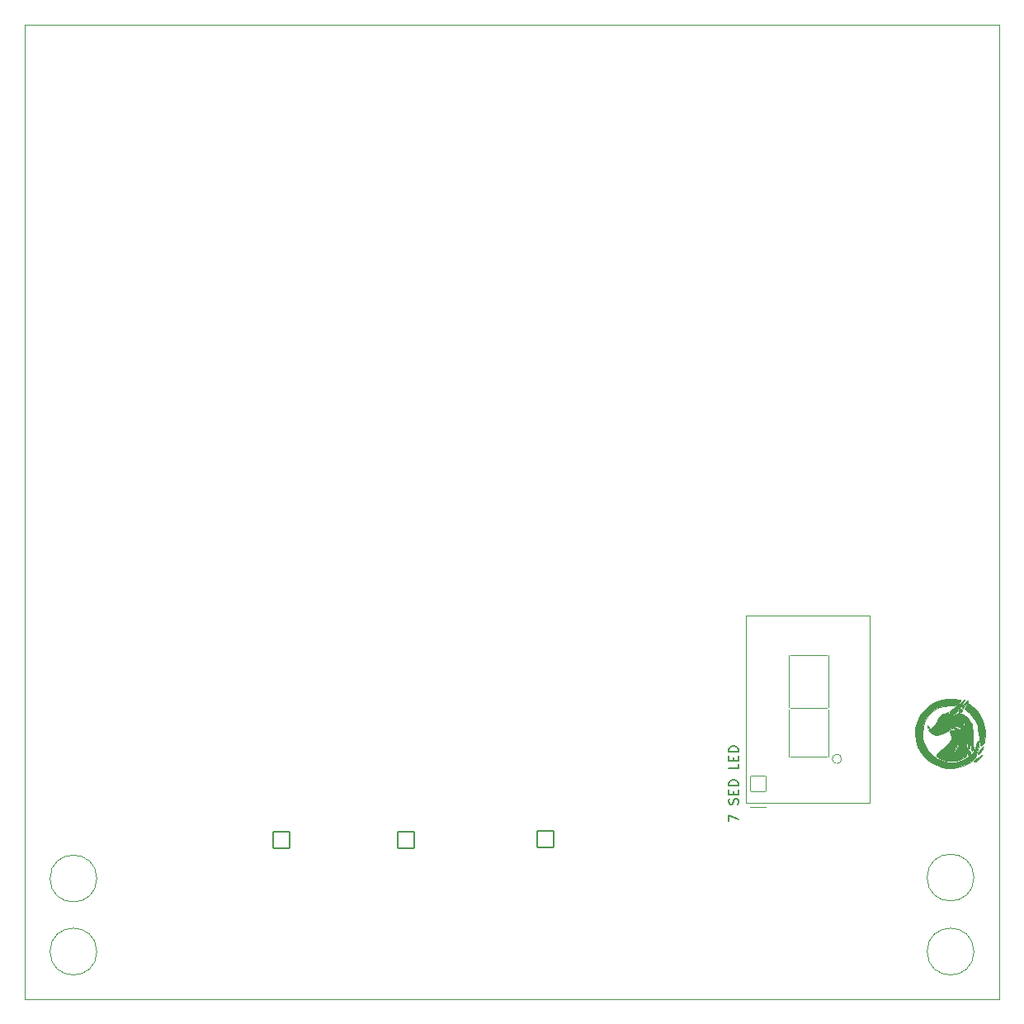
<source format=gto>
G04 #@! TF.GenerationSoftware,KiCad,Pcbnew,(6.0.0)*
G04 #@! TF.CreationDate,2022-03-01T21:04:48+01:00*
G04 #@! TF.ProjectId,Keyboard_v2,4b657962-6f61-4726-945f-76322e6b6963,rev?*
G04 #@! TF.SameCoordinates,Original*
G04 #@! TF.FileFunction,Legend,Top*
G04 #@! TF.FilePolarity,Positive*
%FSLAX46Y46*%
G04 Gerber Fmt 4.6, Leading zero omitted, Abs format (unit mm)*
G04 Created by KiCad (PCBNEW (6.0.0)) date 2022-03-01 21:04:48*
%MOMM*%
%LPD*%
G01*
G04 APERTURE LIST*
G04 Aperture macros list*
%AMRoundRect*
0 Rectangle with rounded corners*
0 $1 Rounding radius*
0 $2 $3 $4 $5 $6 $7 $8 $9 X,Y pos of 4 corners*
0 Add a 4 corners polygon primitive as box body*
4,1,4,$2,$3,$4,$5,$6,$7,$8,$9,$2,$3,0*
0 Add four circle primitives for the rounded corners*
1,1,$1+$1,$2,$3*
1,1,$1+$1,$4,$5*
1,1,$1+$1,$6,$7*
1,1,$1+$1,$8,$9*
0 Add four rect primitives between the rounded corners*
20,1,$1+$1,$2,$3,$4,$5,0*
20,1,$1+$1,$4,$5,$6,$7,0*
20,1,$1+$1,$6,$7,$8,$9,0*
20,1,$1+$1,$8,$9,$2,$3,0*%
G04 Aperture macros list end*
G04 #@! TA.AperFunction,Profile*
%ADD10C,0.050000*%
G04 #@! TD*
%ADD11C,0.150000*%
%ADD12C,0.010000*%
%ADD13C,0.120000*%
%ADD14C,1.802000*%
%ADD15RoundRect,0.051000X-0.800000X-0.800000X0.800000X-0.800000X0.800000X0.800000X-0.800000X0.800000X0*%
%ADD16C,1.702000*%
%ADD17RoundRect,0.051000X-0.850000X0.850000X-0.850000X-0.850000X0.850000X-0.850000X0.850000X0.850000X0*%
%ADD18O,1.802000X1.802000*%
G04 APERTURE END LIST*
D10*
X184745000Y-143405000D02*
X84745000Y-143405000D01*
X92150000Y-138500000D02*
G75*
G03*
X92150000Y-138500000I-2400000J0D01*
G01*
X182150000Y-138500000D02*
G75*
G03*
X182150000Y-138500000I-2400000J0D01*
G01*
X182145000Y-130905000D02*
G75*
G03*
X182145000Y-130905000I-2400000J0D01*
G01*
X84745000Y-43405000D02*
X184745000Y-43405000D01*
X84745000Y-143405000D02*
X84745000Y-43405000D01*
X184745000Y-43405000D02*
X184745000Y-143405000D01*
X92150000Y-131000000D02*
G75*
G03*
X92150000Y-131000000I-2400000J0D01*
G01*
D11*
X156992380Y-125135952D02*
X156992380Y-124469285D01*
X157992380Y-124897857D01*
X157944761Y-123374047D02*
X157992380Y-123231190D01*
X157992380Y-122993095D01*
X157944761Y-122897857D01*
X157897142Y-122850238D01*
X157801904Y-122802619D01*
X157706666Y-122802619D01*
X157611428Y-122850238D01*
X157563809Y-122897857D01*
X157516190Y-122993095D01*
X157468571Y-123183571D01*
X157420952Y-123278809D01*
X157373333Y-123326428D01*
X157278095Y-123374047D01*
X157182857Y-123374047D01*
X157087619Y-123326428D01*
X157040000Y-123278809D01*
X156992380Y-123183571D01*
X156992380Y-122945476D01*
X157040000Y-122802619D01*
X157468571Y-122374047D02*
X157468571Y-122040714D01*
X157992380Y-121897857D02*
X157992380Y-122374047D01*
X156992380Y-122374047D01*
X156992380Y-121897857D01*
X157992380Y-121469285D02*
X156992380Y-121469285D01*
X156992380Y-121231190D01*
X157040000Y-121088333D01*
X157135238Y-120993095D01*
X157230476Y-120945476D01*
X157420952Y-120897857D01*
X157563809Y-120897857D01*
X157754285Y-120945476D01*
X157849523Y-120993095D01*
X157944761Y-121088333D01*
X157992380Y-121231190D01*
X157992380Y-121469285D01*
X157992380Y-119231190D02*
X157992380Y-119707380D01*
X156992380Y-119707380D01*
X157468571Y-118897857D02*
X157468571Y-118564523D01*
X157992380Y-118421666D02*
X157992380Y-118897857D01*
X156992380Y-118897857D01*
X156992380Y-118421666D01*
X157992380Y-117993095D02*
X156992380Y-117993095D01*
X156992380Y-117755000D01*
X157040000Y-117612142D01*
X157135238Y-117516904D01*
X157230476Y-117469285D01*
X157420952Y-117421666D01*
X157563809Y-117421666D01*
X157754285Y-117469285D01*
X157849523Y-117516904D01*
X157944761Y-117612142D01*
X157992380Y-117755000D01*
X157992380Y-117993095D01*
D12*
X179541600Y-113978923D02*
X179525028Y-114018422D01*
X179525028Y-114018422D02*
X179546552Y-114103263D01*
X179546552Y-114103263D02*
X179651005Y-114198725D01*
X179651005Y-114198725D02*
X179814130Y-114268355D01*
X179814130Y-114268355D02*
X180007676Y-114255765D01*
X180007676Y-114255765D02*
X180082123Y-114237066D01*
X180082123Y-114237066D02*
X180278193Y-114163334D01*
X180278193Y-114163334D02*
X180415393Y-114077418D01*
X180415393Y-114077418D02*
X180426353Y-114065771D01*
X180426353Y-114065771D02*
X180501082Y-114010635D01*
X180501082Y-114010635D02*
X180617145Y-114013162D01*
X180617145Y-114013162D02*
X180816322Y-114072649D01*
X180816322Y-114072649D02*
X181217455Y-114262596D01*
X181217455Y-114262596D02*
X181532569Y-114539129D01*
X181532569Y-114539129D02*
X181781077Y-114904415D01*
X181781077Y-114904415D02*
X181867724Y-115067797D01*
X181867724Y-115067797D02*
X181928131Y-115212582D01*
X181928131Y-115212582D02*
X181967643Y-115370757D01*
X181967643Y-115370757D02*
X181991601Y-115574308D01*
X181991601Y-115574308D02*
X182005349Y-115855221D01*
X182005349Y-115855221D02*
X182014229Y-116245482D01*
X182014229Y-116245482D02*
X182015320Y-116306823D01*
X182015320Y-116306823D02*
X182026786Y-116698949D01*
X182026786Y-116698949D02*
X182045649Y-117059209D01*
X182045649Y-117059209D02*
X182069483Y-117352207D01*
X182069483Y-117352207D02*
X182095867Y-117542549D01*
X182095867Y-117542549D02*
X182101560Y-117566368D01*
X182101560Y-117566368D02*
X182135848Y-117744215D01*
X182135848Y-117744215D02*
X182104008Y-117832288D01*
X182104008Y-117832288D02*
X182062457Y-117855628D01*
X182062457Y-117855628D02*
X181943234Y-117868479D01*
X181943234Y-117868479D02*
X181910867Y-117852891D01*
X181910867Y-117852891D02*
X181878447Y-117748549D01*
X181878447Y-117748549D02*
X181862543Y-117551408D01*
X181862543Y-117551408D02*
X181863186Y-117313290D01*
X181863186Y-117313290D02*
X181880403Y-117086018D01*
X181880403Y-117086018D02*
X181910345Y-116932794D01*
X181910345Y-116932794D02*
X181945964Y-116809214D01*
X181945964Y-116809214D02*
X181921156Y-116813195D01*
X181921156Y-116813195D02*
X181855760Y-116892120D01*
X181855760Y-116892120D02*
X181779913Y-117068120D01*
X181779913Y-117068120D02*
X181744025Y-117328278D01*
X181744025Y-117328278D02*
X181742823Y-117387676D01*
X181742823Y-117387676D02*
X181724737Y-117610535D01*
X181724737Y-117610535D02*
X181679413Y-117692504D01*
X181679413Y-117692504D02*
X181620249Y-117632465D01*
X181620249Y-117632465D02*
X181560644Y-117429300D01*
X181560644Y-117429300D02*
X181555594Y-117403307D01*
X181555594Y-117403307D02*
X181509610Y-117236434D01*
X181509610Y-117236434D02*
X181457923Y-117153240D01*
X181457923Y-117153240D02*
X181450003Y-117151132D01*
X181450003Y-117151132D02*
X181395430Y-117217097D01*
X181395430Y-117217097D02*
X181352883Y-117388089D01*
X181352883Y-117388089D02*
X181327196Y-117623754D01*
X181327196Y-117623754D02*
X181323204Y-117883739D01*
X181323204Y-117883739D02*
X181338661Y-118080480D01*
X181338661Y-118080480D02*
X181359541Y-118293547D01*
X181359541Y-118293547D02*
X181333480Y-118421008D01*
X181333480Y-118421008D02*
X181237221Y-118520877D01*
X181237221Y-118520877D02*
X181132836Y-118593879D01*
X181132836Y-118593879D02*
X180701582Y-118807023D01*
X180701582Y-118807023D02*
X180198709Y-118932593D01*
X180198709Y-118932593D02*
X179673576Y-118963958D01*
X179673576Y-118963958D02*
X179175543Y-118894487D01*
X179175543Y-118894487D02*
X179086376Y-118868811D01*
X179086376Y-118868811D02*
X178805992Y-118765810D01*
X178805992Y-118765810D02*
X178550689Y-118647323D01*
X178550689Y-118647323D02*
X178361798Y-118534270D01*
X178361798Y-118534270D02*
X178287952Y-118464639D01*
X178287952Y-118464639D02*
X178282841Y-118353119D01*
X178282841Y-118353119D02*
X178383604Y-118194215D01*
X178383604Y-118194215D02*
X178503207Y-118074261D01*
X178503207Y-118074261D02*
X180005204Y-118074261D01*
X180005204Y-118074261D02*
X180026006Y-118114405D01*
X180026006Y-118114405D02*
X180121745Y-118051892D01*
X180121745Y-118051892D02*
X180252121Y-117915316D01*
X180252121Y-117915316D02*
X180417183Y-117684631D01*
X180417183Y-117684631D02*
X180584204Y-117390006D01*
X180584204Y-117390006D02*
X180686065Y-117168561D01*
X180686065Y-117168561D02*
X180781234Y-116894647D01*
X180781234Y-116894647D02*
X180845230Y-116638113D01*
X180845230Y-116638113D02*
X180863281Y-116477157D01*
X180863281Y-116477157D02*
X180855740Y-116358556D01*
X180855740Y-116358556D02*
X180836996Y-116355558D01*
X180836996Y-116355558D02*
X180799246Y-116478564D01*
X180799246Y-116478564D02*
X180767162Y-116605287D01*
X180767162Y-116605287D02*
X180578076Y-117147688D01*
X180578076Y-117147688D02*
X180280657Y-117643609D01*
X180280657Y-117643609D02*
X180204484Y-117743840D01*
X180204484Y-117743840D02*
X180063358Y-117945919D01*
X180063358Y-117945919D02*
X180005204Y-118074261D01*
X180005204Y-118074261D02*
X178503207Y-118074261D01*
X178503207Y-118074261D02*
X178596859Y-117980335D01*
X178596859Y-117980335D02*
X178929219Y-117703886D01*
X178929219Y-117703886D02*
X178996871Y-117651028D01*
X178996871Y-117651028D02*
X179389414Y-117309397D01*
X179389414Y-117309397D02*
X179666708Y-116985983D01*
X179666708Y-116985983D02*
X179820416Y-116691866D01*
X179820416Y-116691866D02*
X179850111Y-116517212D01*
X179850111Y-116517212D02*
X179817045Y-116361733D01*
X179817045Y-116361733D02*
X179740170Y-116176998D01*
X179740170Y-116176998D02*
X179676188Y-115999301D01*
X179676188Y-115999301D02*
X179711399Y-115877852D01*
X179711399Y-115877852D02*
X179859048Y-115802165D01*
X179859048Y-115802165D02*
X180132383Y-115761751D01*
X180132383Y-115761751D02*
X180275311Y-115753312D01*
X180275311Y-115753312D02*
X180561815Y-115729877D01*
X180561815Y-115729877D02*
X180712980Y-115689576D01*
X180712980Y-115689576D02*
X180742638Y-115642554D01*
X180742638Y-115642554D02*
X180788203Y-115551189D01*
X180788203Y-115551189D02*
X180922786Y-115451023D01*
X180922786Y-115451023D02*
X180933962Y-115445103D01*
X180933962Y-115445103D02*
X181093450Y-115329956D01*
X181093450Y-115329956D02*
X181198835Y-115195349D01*
X181198835Y-115195349D02*
X181219974Y-115083733D01*
X181219974Y-115083733D02*
X181206127Y-115061810D01*
X181206127Y-115061810D02*
X181103994Y-115045466D01*
X181103994Y-115045466D02*
X180925261Y-115077583D01*
X180925261Y-115077583D02*
X180723963Y-115142417D01*
X180723963Y-115142417D02*
X180554136Y-115224225D01*
X180554136Y-115224225D02*
X180495603Y-115268839D01*
X180495603Y-115268839D02*
X180357426Y-115371977D01*
X180357426Y-115371977D02*
X180260661Y-115404427D01*
X180260661Y-115404427D02*
X180137908Y-115446671D01*
X180137908Y-115446671D02*
X179977789Y-115548827D01*
X179977789Y-115548827D02*
X179971308Y-115553880D01*
X179971308Y-115553880D02*
X179807305Y-115659256D01*
X179807305Y-115659256D02*
X179550086Y-115799210D01*
X179550086Y-115799210D02*
X179241361Y-115953706D01*
X179241361Y-115953706D02*
X178922839Y-116102708D01*
X178922839Y-116102708D02*
X178636228Y-116226179D01*
X178636228Y-116226179D02*
X178423238Y-116304082D01*
X178423238Y-116304082D02*
X178391342Y-116312883D01*
X178391342Y-116312883D02*
X178234837Y-116315223D01*
X178234837Y-116315223D02*
X178041386Y-116238456D01*
X178041386Y-116238456D02*
X177845496Y-116118261D01*
X177845496Y-116118261D02*
X177653899Y-115978479D01*
X177653899Y-115978479D02*
X177524872Y-115861814D01*
X177524872Y-115861814D02*
X177489395Y-115804714D01*
X177489395Y-115804714D02*
X177547658Y-115729372D01*
X177547658Y-115729372D02*
X177695723Y-115604122D01*
X177695723Y-115604122D02*
X177884833Y-115467683D01*
X177884833Y-115467683D02*
X178115008Y-115297712D01*
X178115008Y-115297712D02*
X178254863Y-115144528D01*
X178254863Y-115144528D02*
X178343752Y-114958797D01*
X178343752Y-114958797D02*
X178345160Y-114954324D01*
X178345160Y-114954324D02*
X178686089Y-114954324D01*
X178686089Y-114954324D02*
X178702282Y-115020376D01*
X178702282Y-115020376D02*
X178772547Y-114983393D01*
X178772547Y-114983393D02*
X178819184Y-114942641D01*
X178819184Y-114942641D02*
X178954617Y-114848910D01*
X178954617Y-114848910D02*
X179037522Y-114822192D01*
X179037522Y-114822192D02*
X179117889Y-114773620D01*
X179117889Y-114773620D02*
X179122765Y-114749413D01*
X179122765Y-114749413D02*
X179108430Y-114688885D01*
X179108430Y-114688885D02*
X179040576Y-114690613D01*
X179040576Y-114690613D02*
X178881935Y-114756331D01*
X178881935Y-114756331D02*
X178871462Y-114761095D01*
X178871462Y-114761095D02*
X178735427Y-114858150D01*
X178735427Y-114858150D02*
X178686089Y-114954324D01*
X178686089Y-114954324D02*
X178345160Y-114954324D01*
X178345160Y-114954324D02*
X178378302Y-114849059D01*
X178378302Y-114849059D02*
X178518095Y-114501201D01*
X178518095Y-114501201D02*
X178720250Y-114261425D01*
X178720250Y-114261425D02*
X179016505Y-114095510D01*
X179016505Y-114095510D02*
X179108547Y-114061714D01*
X179108547Y-114061714D02*
X179363752Y-113980561D01*
X179363752Y-113980561D02*
X179502228Y-113953575D01*
X179502228Y-113953575D02*
X179541600Y-113978923D01*
X179541600Y-113978923D02*
X179541600Y-113978923D01*
G36*
X178929219Y-117703886D02*
G01*
X178996871Y-117651028D01*
X179389414Y-117309397D01*
X179666708Y-116985983D01*
X179820416Y-116691866D01*
X179850111Y-116517212D01*
X179817045Y-116361733D01*
X179740170Y-116176998D01*
X179676188Y-115999301D01*
X179711399Y-115877852D01*
X179859048Y-115802165D01*
X180132383Y-115761751D01*
X180275311Y-115753312D01*
X180561815Y-115729877D01*
X180712980Y-115689576D01*
X180742638Y-115642554D01*
X180788203Y-115551189D01*
X180922786Y-115451023D01*
X180933962Y-115445103D01*
X181093450Y-115329956D01*
X181198835Y-115195349D01*
X181219974Y-115083733D01*
X181206127Y-115061810D01*
X181103994Y-115045466D01*
X180925261Y-115077583D01*
X180723963Y-115142417D01*
X180554136Y-115224225D01*
X180495603Y-115268839D01*
X180357426Y-115371977D01*
X180260661Y-115404427D01*
X180137908Y-115446671D01*
X179977789Y-115548827D01*
X179971308Y-115553880D01*
X179807305Y-115659256D01*
X179550086Y-115799210D01*
X179241361Y-115953706D01*
X178922839Y-116102708D01*
X178636228Y-116226179D01*
X178423238Y-116304082D01*
X178391342Y-116312883D01*
X178234837Y-116315223D01*
X178041386Y-116238456D01*
X177845496Y-116118261D01*
X177653899Y-115978479D01*
X177524872Y-115861814D01*
X177489395Y-115804714D01*
X177547658Y-115729372D01*
X177695723Y-115604122D01*
X177884833Y-115467683D01*
X178115008Y-115297712D01*
X178254863Y-115144528D01*
X178343752Y-114958797D01*
X178345160Y-114954324D01*
X178686089Y-114954324D01*
X178702282Y-115020376D01*
X178772547Y-114983393D01*
X178819184Y-114942641D01*
X178954617Y-114848910D01*
X179037522Y-114822192D01*
X179117889Y-114773620D01*
X179122765Y-114749413D01*
X179108430Y-114688885D01*
X179040576Y-114690613D01*
X178881935Y-114756331D01*
X178871462Y-114761095D01*
X178735427Y-114858150D01*
X178686089Y-114954324D01*
X178345160Y-114954324D01*
X178378302Y-114849059D01*
X178518095Y-114501201D01*
X178720250Y-114261425D01*
X179016505Y-114095510D01*
X179108547Y-114061714D01*
X179363752Y-113980561D01*
X179502228Y-113953575D01*
X179541600Y-113978923D01*
X179525028Y-114018422D01*
X179546552Y-114103263D01*
X179651005Y-114198725D01*
X179814130Y-114268355D01*
X180007676Y-114255765D01*
X180082123Y-114237066D01*
X180278193Y-114163334D01*
X180415393Y-114077418D01*
X180426353Y-114065771D01*
X180501082Y-114010635D01*
X180617145Y-114013162D01*
X180816322Y-114072649D01*
X181217455Y-114262596D01*
X181532569Y-114539129D01*
X181781077Y-114904415D01*
X181867724Y-115067797D01*
X181928131Y-115212582D01*
X181967643Y-115370757D01*
X181991601Y-115574308D01*
X182005349Y-115855221D01*
X182014229Y-116245482D01*
X182015320Y-116306823D01*
X182026786Y-116698949D01*
X182045649Y-117059209D01*
X182069483Y-117352207D01*
X182095867Y-117542549D01*
X182101560Y-117566368D01*
X182135848Y-117744215D01*
X182104008Y-117832288D01*
X182062457Y-117855628D01*
X181943234Y-117868479D01*
X181910867Y-117852891D01*
X181878447Y-117748549D01*
X181862543Y-117551408D01*
X181863186Y-117313290D01*
X181880403Y-117086018D01*
X181910345Y-116932794D01*
X181945964Y-116809214D01*
X181921156Y-116813195D01*
X181855760Y-116892120D01*
X181779913Y-117068120D01*
X181744025Y-117328278D01*
X181742823Y-117387676D01*
X181724737Y-117610535D01*
X181679413Y-117692504D01*
X181620249Y-117632465D01*
X181560644Y-117429300D01*
X181555594Y-117403307D01*
X181509610Y-117236434D01*
X181457923Y-117153240D01*
X181450003Y-117151132D01*
X181395430Y-117217097D01*
X181352883Y-117388089D01*
X181327196Y-117623754D01*
X181323204Y-117883739D01*
X181338661Y-118080480D01*
X181359541Y-118293547D01*
X181333480Y-118421008D01*
X181237221Y-118520877D01*
X181132836Y-118593879D01*
X180701582Y-118807023D01*
X180198709Y-118932593D01*
X179673576Y-118963958D01*
X179175543Y-118894487D01*
X179086376Y-118868811D01*
X178805992Y-118765810D01*
X178550689Y-118647323D01*
X178361798Y-118534270D01*
X178287952Y-118464639D01*
X178282841Y-118353119D01*
X178383604Y-118194215D01*
X178503207Y-118074261D01*
X180005204Y-118074261D01*
X180026006Y-118114405D01*
X180121745Y-118051892D01*
X180252121Y-117915316D01*
X180417183Y-117684631D01*
X180584204Y-117390006D01*
X180686065Y-117168561D01*
X180781234Y-116894647D01*
X180845230Y-116638113D01*
X180863281Y-116477157D01*
X180855740Y-116358556D01*
X180836996Y-116355558D01*
X180799246Y-116478564D01*
X180767162Y-116605287D01*
X180578076Y-117147688D01*
X180280657Y-117643609D01*
X180204484Y-117743840D01*
X180063358Y-117945919D01*
X180005204Y-118074261D01*
X178503207Y-118074261D01*
X178596859Y-117980335D01*
X178929219Y-117703886D01*
G37*
X178929219Y-117703886D02*
X178996871Y-117651028D01*
X179389414Y-117309397D01*
X179666708Y-116985983D01*
X179820416Y-116691866D01*
X179850111Y-116517212D01*
X179817045Y-116361733D01*
X179740170Y-116176998D01*
X179676188Y-115999301D01*
X179711399Y-115877852D01*
X179859048Y-115802165D01*
X180132383Y-115761751D01*
X180275311Y-115753312D01*
X180561815Y-115729877D01*
X180712980Y-115689576D01*
X180742638Y-115642554D01*
X180788203Y-115551189D01*
X180922786Y-115451023D01*
X180933962Y-115445103D01*
X181093450Y-115329956D01*
X181198835Y-115195349D01*
X181219974Y-115083733D01*
X181206127Y-115061810D01*
X181103994Y-115045466D01*
X180925261Y-115077583D01*
X180723963Y-115142417D01*
X180554136Y-115224225D01*
X180495603Y-115268839D01*
X180357426Y-115371977D01*
X180260661Y-115404427D01*
X180137908Y-115446671D01*
X179977789Y-115548827D01*
X179971308Y-115553880D01*
X179807305Y-115659256D01*
X179550086Y-115799210D01*
X179241361Y-115953706D01*
X178922839Y-116102708D01*
X178636228Y-116226179D01*
X178423238Y-116304082D01*
X178391342Y-116312883D01*
X178234837Y-116315223D01*
X178041386Y-116238456D01*
X177845496Y-116118261D01*
X177653899Y-115978479D01*
X177524872Y-115861814D01*
X177489395Y-115804714D01*
X177547658Y-115729372D01*
X177695723Y-115604122D01*
X177884833Y-115467683D01*
X178115008Y-115297712D01*
X178254863Y-115144528D01*
X178343752Y-114958797D01*
X178345160Y-114954324D01*
X178686089Y-114954324D01*
X178702282Y-115020376D01*
X178772547Y-114983393D01*
X178819184Y-114942641D01*
X178954617Y-114848910D01*
X179037522Y-114822192D01*
X179117889Y-114773620D01*
X179122765Y-114749413D01*
X179108430Y-114688885D01*
X179040576Y-114690613D01*
X178881935Y-114756331D01*
X178871462Y-114761095D01*
X178735427Y-114858150D01*
X178686089Y-114954324D01*
X178345160Y-114954324D01*
X178378302Y-114849059D01*
X178518095Y-114501201D01*
X178720250Y-114261425D01*
X179016505Y-114095510D01*
X179108547Y-114061714D01*
X179363752Y-113980561D01*
X179502228Y-113953575D01*
X179541600Y-113978923D01*
X179525028Y-114018422D01*
X179546552Y-114103263D01*
X179651005Y-114198725D01*
X179814130Y-114268355D01*
X180007676Y-114255765D01*
X180082123Y-114237066D01*
X180278193Y-114163334D01*
X180415393Y-114077418D01*
X180426353Y-114065771D01*
X180501082Y-114010635D01*
X180617145Y-114013162D01*
X180816322Y-114072649D01*
X181217455Y-114262596D01*
X181532569Y-114539129D01*
X181781077Y-114904415D01*
X181867724Y-115067797D01*
X181928131Y-115212582D01*
X181967643Y-115370757D01*
X181991601Y-115574308D01*
X182005349Y-115855221D01*
X182014229Y-116245482D01*
X182015320Y-116306823D01*
X182026786Y-116698949D01*
X182045649Y-117059209D01*
X182069483Y-117352207D01*
X182095867Y-117542549D01*
X182101560Y-117566368D01*
X182135848Y-117744215D01*
X182104008Y-117832288D01*
X182062457Y-117855628D01*
X181943234Y-117868479D01*
X181910867Y-117852891D01*
X181878447Y-117748549D01*
X181862543Y-117551408D01*
X181863186Y-117313290D01*
X181880403Y-117086018D01*
X181910345Y-116932794D01*
X181945964Y-116809214D01*
X181921156Y-116813195D01*
X181855760Y-116892120D01*
X181779913Y-117068120D01*
X181744025Y-117328278D01*
X181742823Y-117387676D01*
X181724737Y-117610535D01*
X181679413Y-117692504D01*
X181620249Y-117632465D01*
X181560644Y-117429300D01*
X181555594Y-117403307D01*
X181509610Y-117236434D01*
X181457923Y-117153240D01*
X181450003Y-117151132D01*
X181395430Y-117217097D01*
X181352883Y-117388089D01*
X181327196Y-117623754D01*
X181323204Y-117883739D01*
X181338661Y-118080480D01*
X181359541Y-118293547D01*
X181333480Y-118421008D01*
X181237221Y-118520877D01*
X181132836Y-118593879D01*
X180701582Y-118807023D01*
X180198709Y-118932593D01*
X179673576Y-118963958D01*
X179175543Y-118894487D01*
X179086376Y-118868811D01*
X178805992Y-118765810D01*
X178550689Y-118647323D01*
X178361798Y-118534270D01*
X178287952Y-118464639D01*
X178282841Y-118353119D01*
X178383604Y-118194215D01*
X178503207Y-118074261D01*
X180005204Y-118074261D01*
X180026006Y-118114405D01*
X180121745Y-118051892D01*
X180252121Y-117915316D01*
X180417183Y-117684631D01*
X180584204Y-117390006D01*
X180686065Y-117168561D01*
X180781234Y-116894647D01*
X180845230Y-116638113D01*
X180863281Y-116477157D01*
X180855740Y-116358556D01*
X180836996Y-116355558D01*
X180799246Y-116478564D01*
X180767162Y-116605287D01*
X180578076Y-117147688D01*
X180280657Y-117643609D01*
X180204484Y-117743840D01*
X180063358Y-117945919D01*
X180005204Y-118074261D01*
X178503207Y-118074261D01*
X178596859Y-117980335D01*
X178929219Y-117703886D01*
X177486996Y-115377744D02*
X177502173Y-115400335D01*
X177502173Y-115400335D02*
X177549378Y-115536969D01*
X177549378Y-115536969D02*
X177519615Y-115587615D01*
X177519615Y-115587615D02*
X177437319Y-115571506D01*
X177437319Y-115571506D02*
X177405071Y-115520610D01*
X177405071Y-115520610D02*
X177377023Y-115379166D01*
X177377023Y-115379166D02*
X177411811Y-115322279D01*
X177411811Y-115322279D02*
X177486996Y-115377744D01*
X177486996Y-115377744D02*
X177486996Y-115377744D01*
G36*
X177486996Y-115377744D02*
G01*
X177502173Y-115400335D01*
X177549378Y-115536969D01*
X177519615Y-115587615D01*
X177437319Y-115571506D01*
X177405071Y-115520610D01*
X177377023Y-115379166D01*
X177411811Y-115322279D01*
X177486996Y-115377744D01*
G37*
X177486996Y-115377744D02*
X177502173Y-115400335D01*
X177549378Y-115536969D01*
X177519615Y-115587615D01*
X177437319Y-115571506D01*
X177405071Y-115520610D01*
X177377023Y-115379166D01*
X177411811Y-115322279D01*
X177486996Y-115377744D01*
X181866023Y-113238149D02*
X182371431Y-113687871D01*
X182371431Y-113687871D02*
X182781914Y-114239446D01*
X182781914Y-114239446D02*
X183086925Y-114876120D01*
X183086925Y-114876120D02*
X183247236Y-115432301D01*
X183247236Y-115432301D02*
X183308768Y-115883798D01*
X183308768Y-115883798D02*
X183314615Y-116352081D01*
X183314615Y-116352081D02*
X183266651Y-116782231D01*
X183266651Y-116782231D02*
X183191747Y-117059489D01*
X183191747Y-117059489D02*
X183088435Y-117246481D01*
X183088435Y-117246481D02*
X182967564Y-117351609D01*
X182967564Y-117351609D02*
X182859159Y-117358053D01*
X182859159Y-117358053D02*
X182800817Y-117278496D01*
X182800817Y-117278496D02*
X182770142Y-117141936D01*
X182770142Y-117141936D02*
X182730902Y-116893083D01*
X182730902Y-116893083D02*
X182681534Y-116520996D01*
X182681534Y-116520996D02*
X182621448Y-116023052D01*
X182621448Y-116023052D02*
X182572952Y-115693782D01*
X182572952Y-115693782D02*
X182509205Y-115373524D01*
X182509205Y-115373524D02*
X182443369Y-115127701D01*
X182443369Y-115127701D02*
X182438441Y-115113310D01*
X182438441Y-115113310D02*
X182260868Y-114744841D01*
X182260868Y-114744841D02*
X181995089Y-114359874D01*
X181995089Y-114359874D02*
X181680867Y-114011263D01*
X181680867Y-114011263D02*
X181476102Y-113834224D01*
X181476102Y-113834224D02*
X181174196Y-113603953D01*
X181174196Y-113603953D02*
X181354117Y-113302238D01*
X181354117Y-113302238D02*
X181534037Y-113000524D01*
X181534037Y-113000524D02*
X181866023Y-113238149D01*
X181866023Y-113238149D02*
X181866023Y-113238149D01*
G36*
X181866023Y-113238149D02*
G01*
X182371431Y-113687871D01*
X182781914Y-114239446D01*
X183086925Y-114876120D01*
X183247236Y-115432301D01*
X183308768Y-115883798D01*
X183314615Y-116352081D01*
X183266651Y-116782231D01*
X183191747Y-117059489D01*
X183088435Y-117246481D01*
X182967564Y-117351609D01*
X182859159Y-117358053D01*
X182800817Y-117278496D01*
X182770142Y-117141936D01*
X182730902Y-116893083D01*
X182681534Y-116520996D01*
X182621448Y-116023052D01*
X182572952Y-115693782D01*
X182509205Y-115373524D01*
X182443369Y-115127701D01*
X182438441Y-115113310D01*
X182260868Y-114744841D01*
X181995089Y-114359874D01*
X181680867Y-114011263D01*
X181476102Y-113834224D01*
X181174196Y-113603953D01*
X181354117Y-113302238D01*
X181534037Y-113000524D01*
X181866023Y-113238149D01*
G37*
X181866023Y-113238149D02*
X182371431Y-113687871D01*
X182781914Y-114239446D01*
X183086925Y-114876120D01*
X183247236Y-115432301D01*
X183308768Y-115883798D01*
X183314615Y-116352081D01*
X183266651Y-116782231D01*
X183191747Y-117059489D01*
X183088435Y-117246481D01*
X182967564Y-117351609D01*
X182859159Y-117358053D01*
X182800817Y-117278496D01*
X182770142Y-117141936D01*
X182730902Y-116893083D01*
X182681534Y-116520996D01*
X182621448Y-116023052D01*
X182572952Y-115693782D01*
X182509205Y-115373524D01*
X182443369Y-115127701D01*
X182438441Y-115113310D01*
X182260868Y-114744841D01*
X181995089Y-114359874D01*
X181680867Y-114011263D01*
X181476102Y-113834224D01*
X181174196Y-113603953D01*
X181354117Y-113302238D01*
X181534037Y-113000524D01*
X181866023Y-113238149D01*
X182933203Y-118408508D02*
X182843537Y-118545976D01*
X182843537Y-118545976D02*
X182712102Y-118707603D01*
X182712102Y-118707603D02*
X182570250Y-118854795D01*
X182570250Y-118854795D02*
X182450599Y-118948257D01*
X182450599Y-118948257D02*
X182265987Y-119026379D01*
X182265987Y-119026379D02*
X182147313Y-119029282D01*
X182147313Y-119029282D02*
X182123157Y-118956601D01*
X182123157Y-118956601D02*
X182124460Y-118952422D01*
X182124460Y-118952422D02*
X182200204Y-118856853D01*
X182200204Y-118856853D02*
X182351947Y-118731102D01*
X182351947Y-118731102D02*
X182403448Y-118695242D01*
X182403448Y-118695242D02*
X182599716Y-118558799D01*
X182599716Y-118558799D02*
X182764383Y-118435382D01*
X182764383Y-118435382D02*
X182786847Y-118417108D01*
X182786847Y-118417108D02*
X182899771Y-118341740D01*
X182899771Y-118341740D02*
X182949748Y-118333797D01*
X182949748Y-118333797D02*
X182933203Y-118408508D01*
X182933203Y-118408508D02*
X182933203Y-118408508D01*
G36*
X182933203Y-118408508D02*
G01*
X182843537Y-118545976D01*
X182712102Y-118707603D01*
X182570250Y-118854795D01*
X182450599Y-118948257D01*
X182265987Y-119026379D01*
X182147313Y-119029282D01*
X182123157Y-118956601D01*
X182124460Y-118952422D01*
X182200204Y-118856853D01*
X182351947Y-118731102D01*
X182403448Y-118695242D01*
X182599716Y-118558799D01*
X182764383Y-118435382D01*
X182786847Y-118417108D01*
X182899771Y-118341740D01*
X182949748Y-118333797D01*
X182933203Y-118408508D01*
G37*
X182933203Y-118408508D02*
X182843537Y-118545976D01*
X182712102Y-118707603D01*
X182570250Y-118854795D01*
X182450599Y-118948257D01*
X182265987Y-119026379D01*
X182147313Y-119029282D01*
X182123157Y-118956601D01*
X182124460Y-118952422D01*
X182200204Y-118856853D01*
X182351947Y-118731102D01*
X182403448Y-118695242D01*
X182599716Y-118558799D01*
X182764383Y-118435382D01*
X182786847Y-118417108D01*
X182899771Y-118341740D01*
X182949748Y-118333797D01*
X182933203Y-118408508D01*
X180964199Y-115201796D02*
X181056582Y-115224609D01*
X181056582Y-115224609D02*
X181041483Y-115264059D01*
X181041483Y-115264059D02*
X180907793Y-115343021D01*
X180907793Y-115343021D02*
X180891279Y-115351925D01*
X180891279Y-115351925D02*
X180660543Y-115456594D01*
X180660543Y-115456594D02*
X180534277Y-115465074D01*
X180534277Y-115465074D02*
X180505573Y-115406988D01*
X180505573Y-115406988D02*
X180568525Y-115311621D01*
X180568525Y-115311621D02*
X180718618Y-115233305D01*
X180718618Y-115233305D02*
X180897713Y-115198052D01*
X180897713Y-115198052D02*
X180964199Y-115201796D01*
X180964199Y-115201796D02*
X180964199Y-115201796D01*
G36*
X180964199Y-115201796D02*
G01*
X181056582Y-115224609D01*
X181041483Y-115264059D01*
X180907793Y-115343021D01*
X180891279Y-115351925D01*
X180660543Y-115456594D01*
X180534277Y-115465074D01*
X180505573Y-115406988D01*
X180568525Y-115311621D01*
X180718618Y-115233305D01*
X180897713Y-115198052D01*
X180964199Y-115201796D01*
G37*
X180964199Y-115201796D02*
X181056582Y-115224609D01*
X181041483Y-115264059D01*
X180907793Y-115343021D01*
X180891279Y-115351925D01*
X180660543Y-115456594D01*
X180534277Y-115465074D01*
X180505573Y-115406988D01*
X180568525Y-115311621D01*
X180718618Y-115233305D01*
X180897713Y-115198052D01*
X180964199Y-115201796D01*
X183096534Y-117552846D02*
X183018874Y-117703561D01*
X183018874Y-117703561D02*
X182901000Y-117883548D01*
X182901000Y-117883548D02*
X182769143Y-118051321D01*
X182769143Y-118051321D02*
X182691304Y-118131527D01*
X182691304Y-118131527D02*
X182585125Y-118217375D01*
X182585125Y-118217375D02*
X182547308Y-118202584D01*
X182547308Y-118202584D02*
X182543396Y-118145143D01*
X182543396Y-118145143D02*
X182584470Y-118041014D01*
X182584470Y-118041014D02*
X182687488Y-117886405D01*
X182687488Y-117886405D02*
X182822144Y-117717418D01*
X182822144Y-117717418D02*
X182958129Y-117570154D01*
X182958129Y-117570154D02*
X183065137Y-117480715D01*
X183065137Y-117480715D02*
X183107749Y-117472888D01*
X183107749Y-117472888D02*
X183096534Y-117552846D01*
X183096534Y-117552846D02*
X183096534Y-117552846D01*
G36*
X183096534Y-117552846D02*
G01*
X183018874Y-117703561D01*
X182901000Y-117883548D01*
X182769143Y-118051321D01*
X182691304Y-118131527D01*
X182585125Y-118217375D01*
X182547308Y-118202584D01*
X182543396Y-118145143D01*
X182584470Y-118041014D01*
X182687488Y-117886405D01*
X182822144Y-117717418D01*
X182958129Y-117570154D01*
X183065137Y-117480715D01*
X183107749Y-117472888D01*
X183096534Y-117552846D01*
G37*
X183096534Y-117552846D02*
X183018874Y-117703561D01*
X182901000Y-117883548D01*
X182769143Y-118051321D01*
X182691304Y-118131527D01*
X182585125Y-118217375D01*
X182547308Y-118202584D01*
X182543396Y-118145143D01*
X182584470Y-118041014D01*
X182687488Y-117886405D01*
X182822144Y-117717418D01*
X182958129Y-117570154D01*
X183065137Y-117480715D01*
X183107749Y-117472888D01*
X183096534Y-117552846D01*
X180194194Y-112573544D02*
X180202414Y-112574671D01*
X180202414Y-112574671D02*
X180533950Y-112626904D01*
X180533950Y-112626904D02*
X180731325Y-112680419D01*
X180731325Y-112680419D02*
X180805525Y-112747437D01*
X180805525Y-112747437D02*
X180767537Y-112840181D01*
X180767537Y-112840181D02*
X180628346Y-112970870D01*
X180628346Y-112970870D02*
X180588054Y-113003663D01*
X180588054Y-113003663D02*
X180428038Y-113123700D01*
X180428038Y-113123700D02*
X180285507Y-113196612D01*
X180285507Y-113196612D02*
X180114445Y-113235432D01*
X180114445Y-113235432D02*
X179868841Y-113253193D01*
X179868841Y-113253193D02*
X179687798Y-113258645D01*
X179687798Y-113258645D02*
X179021176Y-113340360D01*
X179021176Y-113340360D02*
X178423352Y-113543943D01*
X178423352Y-113543943D02*
X177904969Y-113858657D01*
X177904969Y-113858657D02*
X177476669Y-114273765D01*
X177476669Y-114273765D02*
X177149098Y-114778531D01*
X177149098Y-114778531D02*
X176932897Y-115362216D01*
X176932897Y-115362216D02*
X176838711Y-116014084D01*
X176838711Y-116014084D02*
X176835552Y-116135996D01*
X176835552Y-116135996D02*
X176838078Y-116457226D01*
X176838078Y-116457226D02*
X176861410Y-116693312D01*
X176861410Y-116693312D02*
X176919304Y-116904497D01*
X176919304Y-116904497D02*
X177025515Y-117151023D01*
X177025515Y-117151023D02*
X177104294Y-117312955D01*
X177104294Y-117312955D02*
X177469911Y-117890689D01*
X177469911Y-117890689D02*
X177949868Y-118382522D01*
X177949868Y-118382522D02*
X178425973Y-118716541D01*
X178425973Y-118716541D02*
X178742762Y-118864762D01*
X178742762Y-118864762D02*
X179130351Y-118993042D01*
X179130351Y-118993042D02*
X179523137Y-119082976D01*
X179523137Y-119082976D02*
X179850559Y-119116175D01*
X179850559Y-119116175D02*
X180210862Y-119078107D01*
X180210862Y-119078107D02*
X180619559Y-118977596D01*
X180619559Y-118977596D02*
X181005615Y-118835177D01*
X181005615Y-118835177D02*
X181231889Y-118716822D01*
X181231889Y-118716822D02*
X181425443Y-118607227D01*
X181425443Y-118607227D02*
X181579282Y-118541931D01*
X181579282Y-118541931D02*
X181620928Y-118533940D01*
X181620928Y-118533940D02*
X181752424Y-118477097D01*
X181752424Y-118477097D02*
X181883953Y-118346767D01*
X181883953Y-118346767D02*
X181958204Y-118203250D01*
X181958204Y-118203250D02*
X181961161Y-118175979D01*
X181961161Y-118175979D02*
X182010617Y-118059568D01*
X182010617Y-118059568D02*
X182093789Y-117963371D01*
X182093789Y-117963371D02*
X182179352Y-117837672D01*
X182179352Y-117837672D02*
X182284003Y-117616145D01*
X182284003Y-117616145D02*
X182387249Y-117343039D01*
X182387249Y-117343039D02*
X182402535Y-117296691D01*
X182402535Y-117296691D02*
X182490166Y-117029779D01*
X182490166Y-117029779D02*
X182544234Y-116888055D01*
X182544234Y-116888055D02*
X182574853Y-116857858D01*
X182574853Y-116857858D02*
X182592139Y-116925524D01*
X182592139Y-116925524D02*
X182602015Y-117027262D01*
X182602015Y-117027262D02*
X182593484Y-117388854D01*
X182593484Y-117388854D02*
X182523946Y-117803717D01*
X182523946Y-117803717D02*
X182407708Y-118216101D01*
X182407708Y-118216101D02*
X182259079Y-118570257D01*
X182259079Y-118570257D02*
X182166994Y-118722419D01*
X182166994Y-118722419D02*
X181881518Y-119009861D01*
X181881518Y-119009861D02*
X181484011Y-119255228D01*
X181484011Y-119255228D02*
X181003933Y-119450614D01*
X181003933Y-119450614D02*
X180470746Y-119588114D01*
X180470746Y-119588114D02*
X179913910Y-119659820D01*
X179913910Y-119659820D02*
X179362886Y-119657827D01*
X179362886Y-119657827D02*
X178923543Y-119592840D01*
X178923543Y-119592840D02*
X178299448Y-119383169D01*
X178299448Y-119383169D02*
X177703336Y-119054457D01*
X177703336Y-119054457D02*
X177180858Y-118632150D01*
X177180858Y-118632150D02*
X177156446Y-118607996D01*
X177156446Y-118607996D02*
X176704910Y-118060925D01*
X176704910Y-118060925D02*
X176380233Y-117461960D01*
X176380233Y-117461960D02*
X176181181Y-116828344D01*
X176181181Y-116828344D02*
X176106522Y-116177320D01*
X176106522Y-116177320D02*
X176155022Y-115526133D01*
X176155022Y-115526133D02*
X176325450Y-114892025D01*
X176325450Y-114892025D02*
X176616572Y-114292239D01*
X176616572Y-114292239D02*
X177027155Y-113744019D01*
X177027155Y-113744019D02*
X177537485Y-113278512D01*
X177537485Y-113278512D02*
X178141158Y-112909413D01*
X178141158Y-112909413D02*
X178802085Y-112664416D01*
X178802085Y-112664416D02*
X179494889Y-112550226D01*
X179494889Y-112550226D02*
X180194194Y-112573544D01*
X180194194Y-112573544D02*
X180194194Y-112573544D01*
G36*
X180194194Y-112573544D02*
G01*
X180202414Y-112574671D01*
X180533950Y-112626904D01*
X180731325Y-112680419D01*
X180805525Y-112747437D01*
X180767537Y-112840181D01*
X180628346Y-112970870D01*
X180588054Y-113003663D01*
X180428038Y-113123700D01*
X180285507Y-113196612D01*
X180114445Y-113235432D01*
X179868841Y-113253193D01*
X179687798Y-113258645D01*
X179021176Y-113340360D01*
X178423352Y-113543943D01*
X177904969Y-113858657D01*
X177476669Y-114273765D01*
X177149098Y-114778531D01*
X176932897Y-115362216D01*
X176838711Y-116014084D01*
X176835552Y-116135996D01*
X176838078Y-116457226D01*
X176861410Y-116693312D01*
X176919304Y-116904497D01*
X177025515Y-117151023D01*
X177104294Y-117312955D01*
X177469911Y-117890689D01*
X177949868Y-118382522D01*
X178425973Y-118716541D01*
X178742762Y-118864762D01*
X179130351Y-118993042D01*
X179523137Y-119082976D01*
X179850559Y-119116175D01*
X180210862Y-119078107D01*
X180619559Y-118977596D01*
X181005615Y-118835177D01*
X181231889Y-118716822D01*
X181425443Y-118607227D01*
X181579282Y-118541931D01*
X181620928Y-118533940D01*
X181752424Y-118477097D01*
X181883953Y-118346767D01*
X181958204Y-118203250D01*
X181961161Y-118175979D01*
X182010617Y-118059568D01*
X182093789Y-117963371D01*
X182179352Y-117837672D01*
X182284003Y-117616145D01*
X182387249Y-117343039D01*
X182402535Y-117296691D01*
X182490166Y-117029779D01*
X182544234Y-116888055D01*
X182574853Y-116857858D01*
X182592139Y-116925524D01*
X182602015Y-117027262D01*
X182593484Y-117388854D01*
X182523946Y-117803717D01*
X182407708Y-118216101D01*
X182259079Y-118570257D01*
X182166994Y-118722419D01*
X181881518Y-119009861D01*
X181484011Y-119255228D01*
X181003933Y-119450614D01*
X180470746Y-119588114D01*
X179913910Y-119659820D01*
X179362886Y-119657827D01*
X178923543Y-119592840D01*
X178299448Y-119383169D01*
X177703336Y-119054457D01*
X177180858Y-118632150D01*
X177156446Y-118607996D01*
X176704910Y-118060925D01*
X176380233Y-117461960D01*
X176181181Y-116828344D01*
X176106522Y-116177320D01*
X176155022Y-115526133D01*
X176325450Y-114892025D01*
X176616572Y-114292239D01*
X177027155Y-113744019D01*
X177537485Y-113278512D01*
X178141158Y-112909413D01*
X178802085Y-112664416D01*
X179494889Y-112550226D01*
X180194194Y-112573544D01*
G37*
X180194194Y-112573544D02*
X180202414Y-112574671D01*
X180533950Y-112626904D01*
X180731325Y-112680419D01*
X180805525Y-112747437D01*
X180767537Y-112840181D01*
X180628346Y-112970870D01*
X180588054Y-113003663D01*
X180428038Y-113123700D01*
X180285507Y-113196612D01*
X180114445Y-113235432D01*
X179868841Y-113253193D01*
X179687798Y-113258645D01*
X179021176Y-113340360D01*
X178423352Y-113543943D01*
X177904969Y-113858657D01*
X177476669Y-114273765D01*
X177149098Y-114778531D01*
X176932897Y-115362216D01*
X176838711Y-116014084D01*
X176835552Y-116135996D01*
X176838078Y-116457226D01*
X176861410Y-116693312D01*
X176919304Y-116904497D01*
X177025515Y-117151023D01*
X177104294Y-117312955D01*
X177469911Y-117890689D01*
X177949868Y-118382522D01*
X178425973Y-118716541D01*
X178742762Y-118864762D01*
X179130351Y-118993042D01*
X179523137Y-119082976D01*
X179850559Y-119116175D01*
X180210862Y-119078107D01*
X180619559Y-118977596D01*
X181005615Y-118835177D01*
X181231889Y-118716822D01*
X181425443Y-118607227D01*
X181579282Y-118541931D01*
X181620928Y-118533940D01*
X181752424Y-118477097D01*
X181883953Y-118346767D01*
X181958204Y-118203250D01*
X181961161Y-118175979D01*
X182010617Y-118059568D01*
X182093789Y-117963371D01*
X182179352Y-117837672D01*
X182284003Y-117616145D01*
X182387249Y-117343039D01*
X182402535Y-117296691D01*
X182490166Y-117029779D01*
X182544234Y-116888055D01*
X182574853Y-116857858D01*
X182592139Y-116925524D01*
X182602015Y-117027262D01*
X182593484Y-117388854D01*
X182523946Y-117803717D01*
X182407708Y-118216101D01*
X182259079Y-118570257D01*
X182166994Y-118722419D01*
X181881518Y-119009861D01*
X181484011Y-119255228D01*
X181003933Y-119450614D01*
X180470746Y-119588114D01*
X179913910Y-119659820D01*
X179362886Y-119657827D01*
X178923543Y-119592840D01*
X178299448Y-119383169D01*
X177703336Y-119054457D01*
X177180858Y-118632150D01*
X177156446Y-118607996D01*
X176704910Y-118060925D01*
X176380233Y-117461960D01*
X176181181Y-116828344D01*
X176106522Y-116177320D01*
X176155022Y-115526133D01*
X176325450Y-114892025D01*
X176616572Y-114292239D01*
X177027155Y-113744019D01*
X177537485Y-113278512D01*
X178141158Y-112909413D01*
X178802085Y-112664416D01*
X179494889Y-112550226D01*
X180194194Y-112573544D01*
X180893188Y-113626541D02*
X180968020Y-113684160D01*
X180968020Y-113684160D02*
X180933600Y-113789579D01*
X180933600Y-113789579D02*
X180921318Y-113809753D01*
X180921318Y-113809753D02*
X180801727Y-113926606D01*
X180801727Y-113926606D02*
X180679752Y-113940343D01*
X180679752Y-113940343D02*
X180625492Y-113893453D01*
X180625492Y-113893453D02*
X180630569Y-113787908D01*
X180630569Y-113787908D02*
X180718939Y-113680028D01*
X180718939Y-113680028D02*
X180838739Y-113621522D01*
X180838739Y-113621522D02*
X180893188Y-113626541D01*
X180893188Y-113626541D02*
X180893188Y-113626541D01*
G36*
X180893188Y-113626541D02*
G01*
X180968020Y-113684160D01*
X180933600Y-113789579D01*
X180921318Y-113809753D01*
X180801727Y-113926606D01*
X180679752Y-113940343D01*
X180625492Y-113893453D01*
X180630569Y-113787908D01*
X180718939Y-113680028D01*
X180838739Y-113621522D01*
X180893188Y-113626541D01*
G37*
X180893188Y-113626541D02*
X180968020Y-113684160D01*
X180933600Y-113789579D01*
X180921318Y-113809753D01*
X180801727Y-113926606D01*
X180679752Y-113940343D01*
X180625492Y-113893453D01*
X180630569Y-113787908D01*
X180718939Y-113680028D01*
X180838739Y-113621522D01*
X180893188Y-113626541D01*
X181504218Y-117587808D02*
X181574000Y-117723545D01*
X181574000Y-117723545D02*
X181680421Y-117890161D01*
X181680421Y-117890161D02*
X181777059Y-118074397D01*
X181777059Y-118074397D02*
X181815602Y-118235863D01*
X181815602Y-118235863D02*
X181768922Y-118358729D01*
X181768922Y-118358729D02*
X181663909Y-118389142D01*
X181663909Y-118389142D02*
X181553105Y-118328958D01*
X181553105Y-118328958D02*
X181497577Y-118224628D01*
X181497577Y-118224628D02*
X181473467Y-118081532D01*
X181473467Y-118081532D02*
X181461139Y-117903909D01*
X181461139Y-117903909D02*
X181460175Y-117731855D01*
X181460175Y-117731855D02*
X181470156Y-117605464D01*
X181470156Y-117605464D02*
X181490664Y-117564831D01*
X181490664Y-117564831D02*
X181504218Y-117587808D01*
X181504218Y-117587808D02*
X181504218Y-117587808D01*
G36*
X181504218Y-117587808D02*
G01*
X181574000Y-117723545D01*
X181680421Y-117890161D01*
X181777059Y-118074397D01*
X181815602Y-118235863D01*
X181768922Y-118358729D01*
X181663909Y-118389142D01*
X181553105Y-118328958D01*
X181497577Y-118224628D01*
X181473467Y-118081532D01*
X181461139Y-117903909D01*
X181460175Y-117731855D01*
X181470156Y-117605464D01*
X181490664Y-117564831D01*
X181504218Y-117587808D01*
G37*
X181504218Y-117587808D02*
X181574000Y-117723545D01*
X181680421Y-117890161D01*
X181777059Y-118074397D01*
X181815602Y-118235863D01*
X181768922Y-118358729D01*
X181663909Y-118389142D01*
X181553105Y-118328958D01*
X181497577Y-118224628D01*
X181473467Y-118081532D01*
X181461139Y-117903909D01*
X181460175Y-117731855D01*
X181470156Y-117605464D01*
X181490664Y-117564831D01*
X181504218Y-117587808D01*
X181164857Y-112741549D02*
X181060041Y-112930734D01*
X181060041Y-112930734D02*
X180872752Y-113231092D01*
X180872752Y-113231092D02*
X180765936Y-113397460D01*
X180765936Y-113397460D02*
X180530283Y-113740047D01*
X180530283Y-113740047D02*
X180331871Y-113968838D01*
X180331871Y-113968838D02*
X180148180Y-114102762D01*
X180148180Y-114102762D02*
X179956689Y-114160747D01*
X179956689Y-114160747D02*
X179850116Y-114167178D01*
X179850116Y-114167178D02*
X179712549Y-114132326D01*
X179712549Y-114132326D02*
X179668208Y-114093747D01*
X179668208Y-114093747D02*
X179650198Y-113938273D01*
X179650198Y-113938273D02*
X179752770Y-113761296D01*
X179752770Y-113761296D02*
X179959378Y-113590124D01*
X179959378Y-113590124D02*
X179981681Y-113576433D01*
X179981681Y-113576433D02*
X180160922Y-113453498D01*
X180160922Y-113453498D02*
X180404273Y-113266310D01*
X180404273Y-113266310D02*
X180668309Y-113048714D01*
X180668309Y-113048714D02*
X180756710Y-112972389D01*
X180756710Y-112972389D02*
X180983129Y-112778958D01*
X180983129Y-112778958D02*
X181126536Y-112671868D01*
X181126536Y-112671868D02*
X181187067Y-112657330D01*
X181187067Y-112657330D02*
X181164857Y-112741549D01*
X181164857Y-112741549D02*
X181164857Y-112741549D01*
G36*
X181164857Y-112741549D02*
G01*
X181060041Y-112930734D01*
X180872752Y-113231092D01*
X180765936Y-113397460D01*
X180530283Y-113740047D01*
X180331871Y-113968838D01*
X180148180Y-114102762D01*
X179956689Y-114160747D01*
X179850116Y-114167178D01*
X179712549Y-114132326D01*
X179668208Y-114093747D01*
X179650198Y-113938273D01*
X179752770Y-113761296D01*
X179959378Y-113590124D01*
X179981681Y-113576433D01*
X180160922Y-113453498D01*
X180404273Y-113266310D01*
X180668309Y-113048714D01*
X180756710Y-112972389D01*
X180983129Y-112778958D01*
X181126536Y-112671868D01*
X181187067Y-112657330D01*
X181164857Y-112741549D01*
G37*
X181164857Y-112741549D02*
X181060041Y-112930734D01*
X180872752Y-113231092D01*
X180765936Y-113397460D01*
X180530283Y-113740047D01*
X180331871Y-113968838D01*
X180148180Y-114102762D01*
X179956689Y-114160747D01*
X179850116Y-114167178D01*
X179712549Y-114132326D01*
X179668208Y-114093747D01*
X179650198Y-113938273D01*
X179752770Y-113761296D01*
X179959378Y-113590124D01*
X179981681Y-113576433D01*
X180160922Y-113453498D01*
X180404273Y-113266310D01*
X180668309Y-113048714D01*
X180756710Y-112972389D01*
X180983129Y-112778958D01*
X181126536Y-112671868D01*
X181187067Y-112657330D01*
X181164857Y-112741549D01*
X181571935Y-112734781D02*
X181552562Y-112807241D01*
X181552562Y-112807241D02*
X181468810Y-112960331D01*
X181468810Y-112960331D02*
X181379472Y-113099779D01*
X181379472Y-113099779D02*
X181225783Y-113301761D01*
X181225783Y-113301761D02*
X181109170Y-113387906D01*
X181109170Y-113387906D02*
X181030353Y-113385982D01*
X181030353Y-113385982D02*
X180947649Y-113365046D01*
X180947649Y-113365046D02*
X180973396Y-113421313D01*
X180973396Y-113421313D02*
X181005746Y-113462148D01*
X181005746Y-113462148D02*
X181057213Y-113559437D01*
X181057213Y-113559437D02*
X181028236Y-113584943D01*
X181028236Y-113584943D02*
X180920452Y-113531692D01*
X180920452Y-113531692D02*
X180906790Y-113513668D01*
X180906790Y-113513668D02*
X180901662Y-113398626D01*
X180901662Y-113398626D02*
X180936103Y-113305311D01*
X180936103Y-113305311D02*
X181025182Y-113185737D01*
X181025182Y-113185737D02*
X181167905Y-113036593D01*
X181167905Y-113036593D02*
X181328621Y-112889866D01*
X181328621Y-112889866D02*
X181471681Y-112777545D01*
X181471681Y-112777545D02*
X181561435Y-112731618D01*
X181561435Y-112731618D02*
X181571935Y-112734781D01*
X181571935Y-112734781D02*
X181571935Y-112734781D01*
G36*
X181571935Y-112734781D02*
G01*
X181552562Y-112807241D01*
X181468810Y-112960331D01*
X181379472Y-113099779D01*
X181225783Y-113301761D01*
X181109170Y-113387906D01*
X181030353Y-113385982D01*
X180947649Y-113365046D01*
X180973396Y-113421313D01*
X181005746Y-113462148D01*
X181057213Y-113559437D01*
X181028236Y-113584943D01*
X180920452Y-113531692D01*
X180906790Y-113513668D01*
X180901662Y-113398626D01*
X180936103Y-113305311D01*
X181025182Y-113185737D01*
X181167905Y-113036593D01*
X181328621Y-112889866D01*
X181471681Y-112777545D01*
X181561435Y-112731618D01*
X181571935Y-112734781D01*
G37*
X181571935Y-112734781D02*
X181552562Y-112807241D01*
X181468810Y-112960331D01*
X181379472Y-113099779D01*
X181225783Y-113301761D01*
X181109170Y-113387906D01*
X181030353Y-113385982D01*
X180947649Y-113365046D01*
X180973396Y-113421313D01*
X181005746Y-113462148D01*
X181057213Y-113559437D01*
X181028236Y-113584943D01*
X180920452Y-113531692D01*
X180906790Y-113513668D01*
X180901662Y-113398626D01*
X180936103Y-113305311D01*
X181025182Y-113185737D01*
X181167905Y-113036593D01*
X181328621Y-112889866D01*
X181471681Y-112777545D01*
X181561435Y-112731618D01*
X181571935Y-112734781D01*
X180428428Y-115585881D02*
X180505573Y-115622765D01*
X180505573Y-115622765D02*
X180542323Y-115669320D01*
X180542323Y-115669320D02*
X180455248Y-115690989D01*
X180455248Y-115690989D02*
X180341820Y-115694430D01*
X180341820Y-115694430D02*
X180166379Y-115678007D01*
X180166379Y-115678007D02*
X180073385Y-115635887D01*
X180073385Y-115635887D02*
X180068897Y-115622765D01*
X180068897Y-115622765D02*
X180128476Y-115566596D01*
X180128476Y-115566596D02*
X180267951Y-115554301D01*
X180267951Y-115554301D02*
X180428428Y-115585881D01*
X180428428Y-115585881D02*
X180428428Y-115585881D01*
G36*
X180428428Y-115585881D02*
G01*
X180505573Y-115622765D01*
X180542323Y-115669320D01*
X180455248Y-115690989D01*
X180341820Y-115694430D01*
X180166379Y-115678007D01*
X180073385Y-115635887D01*
X180068897Y-115622765D01*
X180128476Y-115566596D01*
X180267951Y-115554301D01*
X180428428Y-115585881D01*
G37*
X180428428Y-115585881D02*
X180505573Y-115622765D01*
X180542323Y-115669320D01*
X180455248Y-115690989D01*
X180341820Y-115694430D01*
X180166379Y-115678007D01*
X180073385Y-115635887D01*
X180068897Y-115622765D01*
X180128476Y-115566596D01*
X180267951Y-115554301D01*
X180428428Y-115585881D01*
D13*
X171460000Y-104055000D02*
X171460000Y-123275000D01*
X163357200Y-118541200D02*
X167040200Y-118541200D01*
X163357200Y-113537400D02*
X167040200Y-113537400D01*
X159220000Y-123625000D02*
X160830000Y-123625000D01*
X163179400Y-113639000D02*
X163179400Y-118541200D01*
X158740000Y-104055000D02*
X171460000Y-104055000D01*
X158740000Y-104055000D02*
X158740000Y-123275000D01*
X163357200Y-108076400D02*
X167040200Y-108076400D01*
X167218000Y-113639000D02*
X167218000Y-118541200D01*
X158740000Y-123275000D02*
X171460000Y-123275000D01*
X163179400Y-108101800D02*
X163179400Y-113461200D01*
X167218000Y-108101800D02*
X167218000Y-113461200D01*
X168562467Y-118727467D02*
G75*
G03*
X168562467Y-118727467I-472467J0D01*
G01*
%LPC*%
D14*
X103418000Y-66922000D03*
X103418000Y-76922000D03*
X98918000Y-69922000D03*
X107918000Y-73922000D03*
X123738000Y-66922000D03*
X123738000Y-76922000D03*
X119238000Y-69922000D03*
X128238000Y-73922000D03*
X144058000Y-76922000D03*
X144058000Y-66922000D03*
X139558000Y-69922000D03*
X148558000Y-73922000D03*
X164378000Y-66922000D03*
X164378000Y-76922000D03*
X159878000Y-69922000D03*
X168878000Y-73922000D03*
X144058000Y-56602000D03*
X144058000Y-46602000D03*
X139558000Y-49602000D03*
X148558000Y-53602000D03*
X164378000Y-46602000D03*
X164378000Y-56602000D03*
X159878000Y-49602000D03*
X168878000Y-53602000D03*
X103418000Y-107562000D03*
X103418000Y-117562000D03*
X98918000Y-110562000D03*
X107918000Y-114562000D03*
X123738000Y-56602000D03*
X123738000Y-46602000D03*
X119238000Y-49602000D03*
X128238000Y-53602000D03*
X164378000Y-97242000D03*
X164378000Y-87242000D03*
X159878000Y-90242000D03*
X168878000Y-94242000D03*
X144058000Y-107562000D03*
X144058000Y-117562000D03*
X139558000Y-110562000D03*
X148558000Y-114562000D03*
D15*
X160020000Y-121285000D03*
D16*
X162560000Y-121285000D03*
X165100000Y-121285000D03*
X167640000Y-121285000D03*
X170180000Y-121285000D03*
X170180000Y-106045000D03*
X167640000Y-106045000D03*
X165100000Y-106045000D03*
X162560000Y-106045000D03*
X160020000Y-106045000D03*
D14*
X144058000Y-87242000D03*
X144058000Y-97242000D03*
X139558000Y-90242000D03*
X148558000Y-94242000D03*
X123738000Y-97242000D03*
X123738000Y-87242000D03*
X119238000Y-90242000D03*
X128238000Y-94242000D03*
X103418000Y-46602000D03*
X103418000Y-56602000D03*
X98918000Y-49602000D03*
X107918000Y-53602000D03*
X103418000Y-97242000D03*
X103418000Y-87242000D03*
X98918000Y-90242000D03*
X107918000Y-94242000D03*
X123738000Y-117562000D03*
X123738000Y-107562000D03*
X119238000Y-110562000D03*
X128238000Y-114562000D03*
D17*
X123835000Y-127070000D03*
D18*
X126375000Y-127070000D03*
X128915000Y-127070000D03*
X131455000Y-127070000D03*
D17*
X111125000Y-127070000D03*
D18*
X113665000Y-127070000D03*
X116205000Y-127070000D03*
X118745000Y-127070000D03*
D17*
X138176000Y-127000000D03*
D18*
X140716000Y-127000000D03*
X143256000Y-127000000D03*
X145796000Y-127000000D03*
X148336000Y-127000000D03*
X150876000Y-127000000D03*
X153416000Y-127000000D03*
X155956000Y-127000000D03*
X158496000Y-127000000D03*
M02*

</source>
